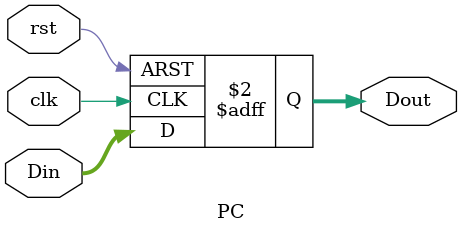
<source format=v>
`timescale 1ns / 1ps


module PC(rst,clk,Din,Dout);
input rst,clk;
input [31:0] Din;
output reg[31:0] Dout;

always@(posedge clk,posedge rst) begin
    if(rst) 
        Dout <= 32'h00000028;//remember to change IF/ID //starting address to test branches and jump
    else
        Dout <= Din;
    end

endmodule

</source>
